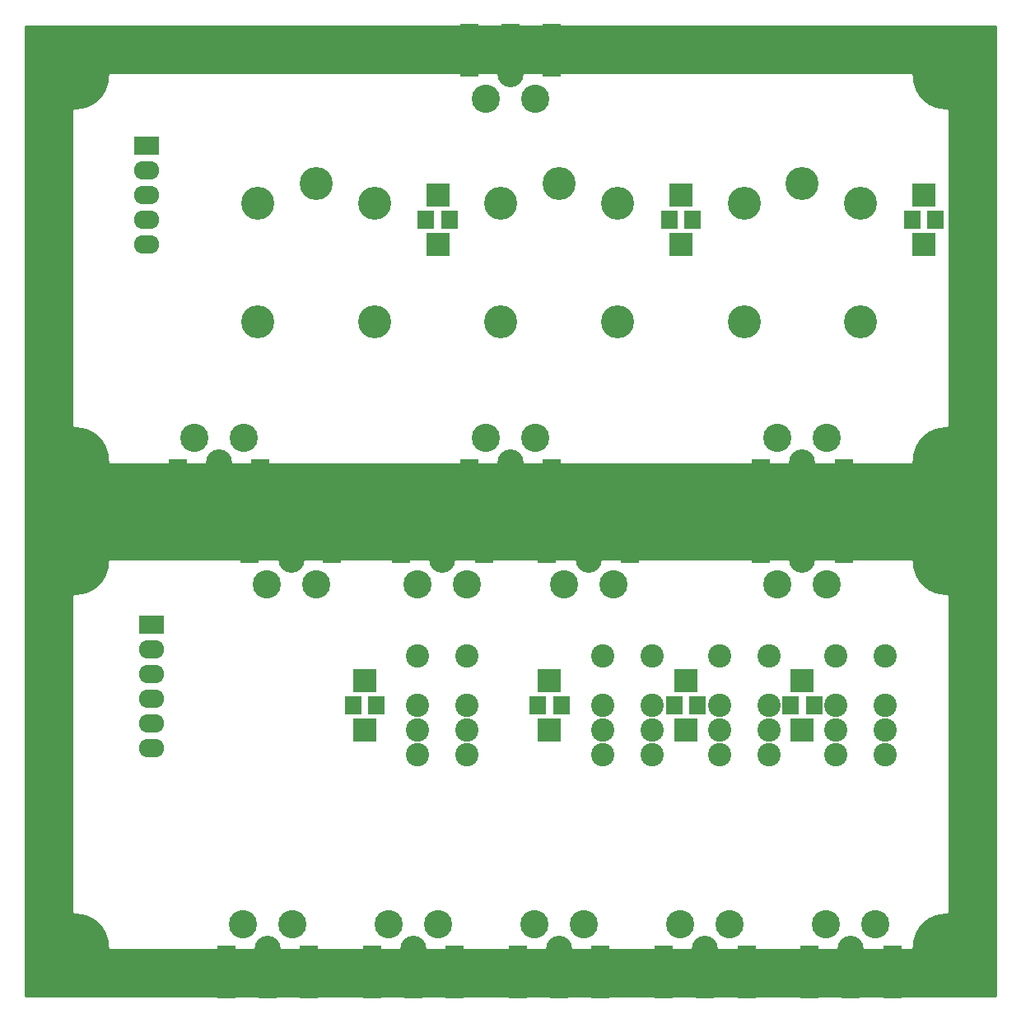
<source format=gts>
G04 #@! TF.FileFunction,Soldermask,Top*
%FSLAX46Y46*%
G04 Gerber Fmt 4.6, Leading zero omitted, Abs format (unit mm)*
G04 Created by KiCad (PCBNEW 4.0.7) date 01/05/18 16:39:32*
%MOMM*%
%LPD*%
G01*
G04 APERTURE LIST*
%ADD10C,0.100000*%
%ADD11C,3.400000*%
%ADD12C,2.700000*%
%ADD13C,2.900000*%
%ADD14O,2.597100X1.924000*%
%ADD15R,2.597100X1.924000*%
%ADD16C,2.400000*%
%ADD17C,7.400000*%
%ADD18R,2.400000X2.400000*%
%ADD19R,1.700000X1.900000*%
%ADD20R,1.900000X5.480000*%
%ADD21C,0.254000*%
G04 APERTURE END LIST*
D10*
D11*
X106000000Y-55500000D03*
X94000000Y-55500000D03*
X94000000Y-43300000D03*
X106000000Y-43300000D03*
X100000000Y-41300000D03*
D12*
X47500000Y-80000000D03*
D13*
X50040000Y-77460000D03*
X44960000Y-77460000D03*
X44960000Y-82540000D03*
X50040000Y-82540000D03*
D14*
X33076200Y-94270000D03*
X33076200Y-91730000D03*
X33076200Y-99350000D03*
X33076200Y-96810000D03*
D15*
X33076200Y-86650000D03*
D14*
X33076200Y-89190000D03*
D16*
X79460000Y-89920000D03*
X84540000Y-89920000D03*
X79460000Y-95000000D03*
X84540000Y-95000000D03*
X79460000Y-97540000D03*
X79460000Y-100080000D03*
X84540000Y-100080000D03*
X84540000Y-97540000D03*
D11*
X56000000Y-55500000D03*
X44000000Y-55500000D03*
X44000000Y-43300000D03*
X56000000Y-43300000D03*
X50000000Y-41300000D03*
D16*
X91460000Y-89920000D03*
X96540000Y-89920000D03*
X91460000Y-95000000D03*
X96540000Y-95000000D03*
X91460000Y-97540000D03*
X91460000Y-100080000D03*
X96540000Y-100080000D03*
X96540000Y-97540000D03*
D11*
X81000000Y-55500000D03*
X69000000Y-55500000D03*
X69000000Y-43300000D03*
X81000000Y-43300000D03*
X75000000Y-41300000D03*
D16*
X103460000Y-89920000D03*
X108540000Y-89920000D03*
X103460000Y-95000000D03*
X108540000Y-95000000D03*
X103460000Y-97540000D03*
X103460000Y-100080000D03*
X108540000Y-100080000D03*
X108540000Y-97540000D03*
X60460000Y-89920000D03*
X65540000Y-89920000D03*
X60460000Y-95000000D03*
X65540000Y-95000000D03*
X60460000Y-97540000D03*
X60460000Y-100080000D03*
X65540000Y-100080000D03*
X65540000Y-97540000D03*
D12*
X75000000Y-120000000D03*
D13*
X77540000Y-117460000D03*
X72460000Y-117460000D03*
X72460000Y-122540000D03*
X77540000Y-122540000D03*
D12*
X40000000Y-70000000D03*
D13*
X42540000Y-67460000D03*
X37460000Y-67460000D03*
X37460000Y-72540000D03*
X42540000Y-72540000D03*
D12*
X90000000Y-120000000D03*
D13*
X92540000Y-117460000D03*
X87460000Y-117460000D03*
X87460000Y-122540000D03*
X92540000Y-122540000D03*
D12*
X70000000Y-30000000D03*
D13*
X72540000Y-27460000D03*
X67460000Y-27460000D03*
X67460000Y-32540000D03*
X72540000Y-32540000D03*
D12*
X70000000Y-70000000D03*
D13*
X72540000Y-67460000D03*
X67460000Y-67460000D03*
X67460000Y-72540000D03*
X72540000Y-72540000D03*
D12*
X105000000Y-120000000D03*
D13*
X107540000Y-117460000D03*
X102460000Y-117460000D03*
X102460000Y-122540000D03*
X107540000Y-122540000D03*
D12*
X78000000Y-80000000D03*
D13*
X80540000Y-77460000D03*
X75460000Y-77460000D03*
X75460000Y-82540000D03*
X80540000Y-82540000D03*
D12*
X60000000Y-120000000D03*
D13*
X62540000Y-117460000D03*
X57460000Y-117460000D03*
X57460000Y-122540000D03*
X62540000Y-122540000D03*
D12*
X100000000Y-80000000D03*
D13*
X102540000Y-77460000D03*
X97460000Y-77460000D03*
X97460000Y-82540000D03*
X102540000Y-82540000D03*
D12*
X100000000Y-70000000D03*
D13*
X102540000Y-67460000D03*
X97460000Y-67460000D03*
X97460000Y-72540000D03*
X102540000Y-72540000D03*
D14*
X32576200Y-42500000D03*
X32576200Y-47580000D03*
X32576200Y-45040000D03*
D15*
X32576200Y-37420000D03*
D14*
X32576200Y-39960000D03*
D12*
X45000000Y-120000000D03*
D13*
X47540000Y-117460000D03*
X42460000Y-117460000D03*
X42460000Y-122540000D03*
X47540000Y-122540000D03*
D12*
X63000000Y-80000000D03*
D13*
X65540000Y-77460000D03*
X60460000Y-77460000D03*
X60460000Y-82540000D03*
X65540000Y-82540000D03*
D17*
X115000000Y-70000000D03*
X25000000Y-70000000D03*
X25000000Y-120000000D03*
X115000000Y-120000000D03*
X115000000Y-80000000D03*
X25000000Y-80000000D03*
X25000000Y-30000000D03*
X115000000Y-30000000D03*
D18*
X74000000Y-92460000D03*
X74000000Y-97540000D03*
D19*
X75200000Y-95000000D03*
X72800000Y-95000000D03*
D18*
X62500000Y-42460000D03*
X62500000Y-47540000D03*
D19*
X63700000Y-45000000D03*
X61300000Y-45000000D03*
D18*
X88000000Y-92460000D03*
X88000000Y-97540000D03*
D19*
X89200000Y-95000000D03*
X86800000Y-95000000D03*
D18*
X87500000Y-42460000D03*
X87500000Y-47540000D03*
D19*
X88700000Y-45000000D03*
X86300000Y-45000000D03*
D18*
X100000000Y-92460000D03*
X100000000Y-97540000D03*
D19*
X101200000Y-95000000D03*
X98800000Y-95000000D03*
D18*
X112500000Y-42460000D03*
X112500000Y-47540000D03*
D19*
X113700000Y-45000000D03*
X111300000Y-45000000D03*
D18*
X55000000Y-92460000D03*
X55000000Y-97540000D03*
D19*
X56200000Y-95000000D03*
X53800000Y-95000000D03*
D20*
X51650000Y-77600000D03*
X43150000Y-77600000D03*
X47400000Y-77600000D03*
X35750000Y-72400000D03*
X44250000Y-72400000D03*
X40000000Y-72400000D03*
X70750000Y-122400000D03*
X79250000Y-122400000D03*
X75000000Y-122400000D03*
X65750000Y-72400000D03*
X74250000Y-72400000D03*
X70000000Y-72400000D03*
X104250000Y-77600000D03*
X95750000Y-77600000D03*
X100000000Y-77600000D03*
X85750000Y-122400000D03*
X94250000Y-122400000D03*
X90000000Y-122400000D03*
X95750000Y-72400000D03*
X104250000Y-72400000D03*
X100000000Y-72400000D03*
X100750000Y-122400000D03*
X109250000Y-122400000D03*
X105000000Y-122400000D03*
X55750000Y-122400000D03*
X64250000Y-122400000D03*
X60000000Y-122400000D03*
X40750000Y-122400000D03*
X49250000Y-122400000D03*
X45000000Y-122400000D03*
X74250000Y-27600000D03*
X65750000Y-27600000D03*
X70000000Y-27600000D03*
X67250000Y-77600000D03*
X58750000Y-77600000D03*
X63000000Y-77600000D03*
X82250000Y-77600000D03*
X73750000Y-77600000D03*
X78000000Y-77600000D03*
D21*
G36*
X119873000Y-124873000D02*
X20127000Y-124873000D01*
X20127000Y-80000000D01*
X24873000Y-80000000D01*
X24873000Y-120000000D01*
X24883006Y-120049410D01*
X24911447Y-120091035D01*
X24953841Y-120118315D01*
X25000000Y-120127000D01*
X115000000Y-120127000D01*
X115049410Y-120116994D01*
X115091035Y-120088553D01*
X115118315Y-120046159D01*
X115127000Y-120000000D01*
X115127000Y-80000000D01*
X115116994Y-79950590D01*
X115088553Y-79908965D01*
X115046159Y-79881685D01*
X115000000Y-79873000D01*
X25000000Y-79873000D01*
X24950590Y-79883006D01*
X24908965Y-79911447D01*
X24881685Y-79953841D01*
X24873000Y-80000000D01*
X20127000Y-80000000D01*
X20127000Y-30000000D01*
X24873000Y-30000000D01*
X24873000Y-70000000D01*
X24883006Y-70049410D01*
X24911447Y-70091035D01*
X24953841Y-70118315D01*
X25000000Y-70127000D01*
X115000000Y-70127000D01*
X115049410Y-70116994D01*
X115091035Y-70088553D01*
X115118315Y-70046159D01*
X115127000Y-70000000D01*
X115127000Y-30000000D01*
X115116994Y-29950590D01*
X115088553Y-29908965D01*
X115046159Y-29881685D01*
X115000000Y-29873000D01*
X25000000Y-29873000D01*
X24950590Y-29883006D01*
X24908965Y-29911447D01*
X24881685Y-29953841D01*
X24873000Y-30000000D01*
X20127000Y-30000000D01*
X20127000Y-25127000D01*
X119873000Y-25127000D01*
X119873000Y-124873000D01*
X119873000Y-124873000D01*
G37*
X119873000Y-124873000D02*
X20127000Y-124873000D01*
X20127000Y-80000000D01*
X24873000Y-80000000D01*
X24873000Y-120000000D01*
X24883006Y-120049410D01*
X24911447Y-120091035D01*
X24953841Y-120118315D01*
X25000000Y-120127000D01*
X115000000Y-120127000D01*
X115049410Y-120116994D01*
X115091035Y-120088553D01*
X115118315Y-120046159D01*
X115127000Y-120000000D01*
X115127000Y-80000000D01*
X115116994Y-79950590D01*
X115088553Y-79908965D01*
X115046159Y-79881685D01*
X115000000Y-79873000D01*
X25000000Y-79873000D01*
X24950590Y-79883006D01*
X24908965Y-79911447D01*
X24881685Y-79953841D01*
X24873000Y-80000000D01*
X20127000Y-80000000D01*
X20127000Y-30000000D01*
X24873000Y-30000000D01*
X24873000Y-70000000D01*
X24883006Y-70049410D01*
X24911447Y-70091035D01*
X24953841Y-70118315D01*
X25000000Y-70127000D01*
X115000000Y-70127000D01*
X115049410Y-70116994D01*
X115091035Y-70088553D01*
X115118315Y-70046159D01*
X115127000Y-70000000D01*
X115127000Y-30000000D01*
X115116994Y-29950590D01*
X115088553Y-29908965D01*
X115046159Y-29881685D01*
X115000000Y-29873000D01*
X25000000Y-29873000D01*
X24950590Y-29883006D01*
X24908965Y-29911447D01*
X24881685Y-29953841D01*
X24873000Y-30000000D01*
X20127000Y-30000000D01*
X20127000Y-25127000D01*
X119873000Y-25127000D01*
X119873000Y-124873000D01*
M02*

</source>
